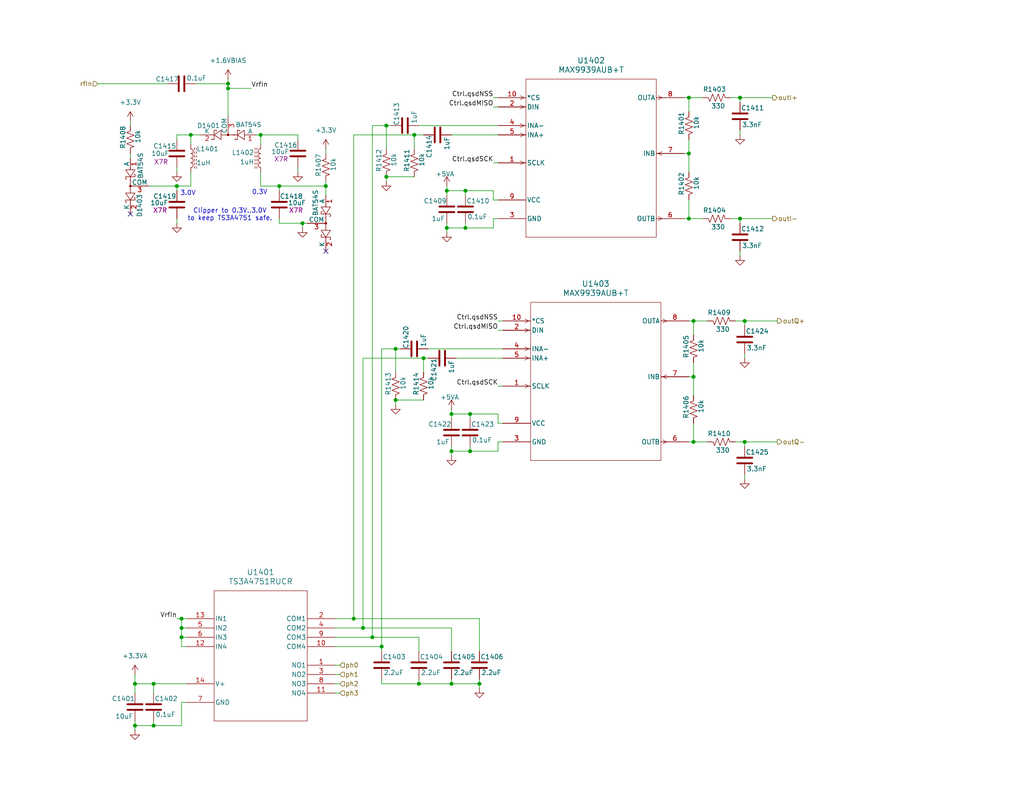
<source format=kicad_sch>
(kicad_sch (version 20250114) (generator "eeschema") (generator_version "9.0")
  (paper "A")
  (title_block (title "QSD") (date "2025-10-13"))
  (lib_symbols
    (symbol "Device:C" (pin_numbers (hide yes)) (pin_names (offset 0.254))
      (property "Reference" "C" (at 0.635 2.54 0))
      (property "Value" "C" (at 0.635 -2.54 0))
      (symbol "C_0_1"
        (polyline (pts (xy -2.032 0.762) (xy 2.032 0.762)) (stroke (width 0.508)))
        (polyline (pts (xy -2.032 -0.762) (xy 2.032 -0.762)) (stroke (width 0.508)))
      )
      (symbol "C_1_1"
        (pin passive line (at 0 3.81 270) (length 2.794) (name "~") (number "1"))
        (pin passive line (at 0 -3.81 90) (length 2.794) (name "~") (number "2"))
      )
    )
    (symbol "Device:L_Ferrite" (pin_numbers (hide yes)) (pin_names (offset 1.016) (hide yes))
      (property "Reference" "L" (at -1.27 0 90))
      (property "Value" "L_Ferrite" (at 2.794 0 90))
      (symbol "L_Ferrite_0_1"
        (arc (start 0 2.54) (mid 0.6323 1.905) (end 0 1.27))
        (arc (start 0 1.27) (mid 0.6323 0.635) (end 0 0))
        (arc (start 0 0) (mid 0.6323 -0.635) (end 0 -1.27))
        (arc (start 0 -1.27) (mid 0.6323 -1.905) (end 0 -2.54))
        (polyline (pts (xy 1.016 2.286) (xy 1.016 2.794)))
        (polyline (pts (xy 1.016 1.27) (xy 1.016 1.778)))
        (polyline (pts (xy 1.016 0.254) (xy 1.016 0.762)))
        (polyline (pts (xy 1.016 -0.762) (xy 1.016 -0.254)))
        (polyline (pts (xy 1.016 -1.778) (xy 1.016 -1.27)))
        (polyline (pts (xy 1.016 -2.794) (xy 1.016 -2.286)))
        (polyline (pts (xy 1.524 2.794) (xy 1.524 2.286)))
        (polyline (pts (xy 1.524 1.778) (xy 1.524 1.27)))
        (polyline (pts (xy 1.524 0.762) (xy 1.524 0.254)))
        (polyline (pts (xy 1.524 -0.254) (xy 1.524 -0.762)))
        (polyline (pts (xy 1.524 -1.27) (xy 1.524 -1.778)))
        (polyline (pts (xy 1.524 -2.286) (xy 1.524 -2.794)))
      )
      (symbol "L_Ferrite_1_1"
        (pin passive line (at 0 3.81 270) (length 1.27) (name "1") (number "1"))
        (pin passive line (at 0 -3.81 90) (length 1.27) (name "2") (number "2"))
      )
    )
    (symbol "Device:R_US" (pin_numbers (hide yes)) (pin_names (offset 0))
      (property "Reference" "R" (at 2.54 0 90))
      (property "Value" "R_US" (at -2.54 0 90))
      (symbol "R_US_0_1"
        (polyline (pts (xy 0 2.286) (xy 0 2.54)))
        (polyline (pts (xy 0 2.286) (xy 1.016 1.905) (xy 0 1.524) (xy -1.016 1.143) (xy 0 0.762)))
        (polyline (pts (xy 0 0.762) (xy 1.016 0.381) (xy 0 0) (xy -1.016 -0.381) (xy 0 -0.762)))
        (polyline (pts (xy 0 -0.762) (xy 1.016 -1.143) (xy 0 -1.524) (xy -1.016 -1.905) (xy 0 -2.286)))
        (polyline (pts (xy 0 -2.286) (xy 0 -2.54)))
      )
      (symbol "R_US_1_1"
        (pin passive line (at 0 3.81 270) (length 1.27) (name "~") (number "1"))
        (pin passive line (at 0 -3.81 90) (length 1.27) (name "~") (number "2"))
      )
    )
    (symbol "Library:BAT54S" (pin_names (offset 0))
      (property "Reference" "D" (at 2.54 -5.08 0))
      (property "Value" "BAT54S" (at -6.35 3.175 0))
      (symbol "BAT54S_0_1"
        (polyline (pts (xy -4.445 1.27) (xy -4.445 -1.27) (xy -2.54 0) (xy -4.445 1.27)))
        (polyline (pts (xy -3.175 -1.27) (xy -3.175 -1.016)))
        (polyline (pts (xy -2.54 1.27) (xy -1.905 1.27)))
        (polyline (pts (xy -2.54 0) (xy -1.27 0)))
        (polyline (pts (xy -2.54 -1.27) (xy -3.175 -1.27)))
        (polyline (pts (xy -2.54 -1.27) (xy -2.54 1.27)))
        (polyline (pts (xy -1.905 1.27) (xy -1.905 1.016)))
        (polyline (pts (xy -1.905 0) (xy 1.905 0)))
        (circle (center 0 0) (radius 0.254) (fill (type outline)))
        (polyline (pts (xy 1.905 1.27) (xy 1.905 -1.27) (xy 3.81 0) (xy 1.905 1.27)))
        (polyline (pts (xy 3.175 -1.27) (xy 3.175 -1.016)))
        (polyline (pts (xy 3.81 1.27) (xy 4.445 1.27)))
        (polyline (pts (xy 3.81 -1.27) (xy 3.175 -1.27)))
        (polyline (pts (xy 3.81 -1.27) (xy 3.81 1.27)))
        (polyline (pts (xy 4.445 1.27) (xy 4.445 1.016)))
      )
      (symbol "BAT54S_1_1"
        (pin passive line (at -7.62 0 0) (length 3.175) (name "A") (number "1"))
        (pin passive line (at 0 -5.08 90) (length 5.08) (name "COM") (number "3"))
        (pin passive line (at 7.62 0 180) (length 3.81) (name "K") (number "2"))
      )
    )
    (symbol "MAX9939AUB+T_2" (pin_names (offset 0.254))
      (property "Reference" "U1402" (at 25.4 10.16 0))
      (property "Value" "MAX9939AUB+T" (at 25.4 7.62 0))
      (symbol "MAX9939AUB+T_2_0_1"
        (polyline (pts (xy 7.0993 0) (xy 6.0579 0.5207)) (stroke (width 0.127)))
        (polyline (pts (xy 7.0993 0) (xy 6.0579 -0.5207)) (stroke (width 0.127)))
        (polyline (pts (xy 7.0993 -2.54) (xy 6.0579 -2.0193)) (stroke (width 0.127)))
        (polyline (pts (xy 7.0993 -2.54) (xy 6.0579 -3.0607)) (stroke (width 0.127)))
        (polyline (pts (xy 7.0993 -7.62) (xy 6.0579 -7.0993)) (stroke (width 0.127)))
        (polyline (pts (xy 7.0993 -7.62) (xy 6.0579 -8.1407)) (stroke (width 0.127)))
        (polyline (pts (xy 7.0993 -10.16) (xy 6.0579 -9.6393)) (stroke (width 0.127)))
        (polyline (pts (xy 7.0993 -10.16) (xy 6.0579 -10.6807)) (stroke (width 0.127)))
        (polyline (pts (xy 7.0993 -17.78) (xy 6.0579 -17.2593)) (stroke (width 0.127)))
        (polyline (pts (xy 7.0993 -17.78) (xy 6.0579 -18.3007)) (stroke (width 0.127)))
        (polyline (pts (xy 7.62 5.08) (xy 7.62 -38.1)) (stroke (width 0.127)))
        (polyline (pts (xy 7.62 -38.1) (xy 43.18 -38.1)) (stroke (width 0.127)))
        (polyline (pts (xy 43.18 5.08) (xy 7.62 5.08)) (stroke (width 0.127)))
        (polyline (pts (xy 43.18 -38.1) (xy 43.18 5.08)) (stroke (width 0.127)))
        (polyline (pts (xy 43.7007 0.5207) (xy 44.7421 0)) (stroke (width 0.127)))
        (polyline (pts (xy 43.7007 -0.5207) (xy 44.7421 0)) (stroke (width 0.127)))
        (polyline (pts (xy 43.7007 -15.24) (xy 44.7421 -14.7193)) (stroke (width 0.127)))
        (polyline (pts (xy 43.7007 -15.24) (xy 44.7421 -15.7607)) (stroke (width 0.127)))
        (polyline (pts (xy 43.7007 -32.4993) (xy 44.7421 -33.02)) (stroke (width 0.127)))
        (polyline (pts (xy 43.7007 -33.5407) (xy 44.7421 -33.02)) (stroke (width 0.127)))
        (pin input line (at 0 0 0) (length 7.62) (name "*CS") (number "10"))
        (pin input line (at 0 -2.54 0) (length 7.62) (name "DIN") (number "2"))
        (pin input line (at 0 -7.62 0) (length 7.62) (name "INA-") (number "4"))
        (pin input line (at 0 -10.16 0) (length 7.62) (name "INA+") (number "5"))
        (pin input line (at 0 -17.78 0) (length 7.62) (name "SCLK") (number "1"))
        (pin power_in line (at 0 -27.94 0) (length 7.62) (name "VCC") (number "9"))
        (pin power_in line (at 0 -33.02 0) (length 7.62) (name "GND") (number "3"))
        (pin output line (at 50.8 0 180) (length 7.62) (name "OUTA") (number "8"))
        (pin input line (at 50.8 -15.24 180) (length 7.62) (name "INB") (number "7"))
        (pin output line (at 50.8 -33.02 180) (length 7.62) (name "OUTB") (number "6"))
      )
    )
    (symbol "TS3A4751:TS3A4751RUCR" (pin_names (offset 0.254))
      (property "Reference" "U" (at 20.32 12.7 0))
      (property "Value" "TS3A4751RUCR" (at 20.32 10.16 0))
      (symbol "TS3A4751RUCR_0_1"
        (polyline (pts (xy 7.62 7.62) (xy 7.62 -27.94)) (stroke (width 0.127)))
        (polyline (pts (xy 7.62 -27.94) (xy 33.02 -27.94)) (stroke (width 0.127)))
        (polyline (pts (xy 33.02 7.62) (xy 7.62 7.62)) (stroke (width 0.127)))
        (polyline (pts (xy 33.02 -27.94) (xy 33.02 7.62)) (stroke (width 0.127)))
        (pin unspecified line (at 0 0 0) (length 7.62) (name "IN1") (number "13"))
        (pin input line (at 0 -2.54 0) (length 7.62) (name "IN2") (number "5"))
        (pin input line (at 0 -5.08 0) (length 7.62) (name "IN3") (number "6"))
        (pin unspecified line (at 0 -7.62 0) (length 7.62) (name "IN4") (number "12"))
        (pin power_in line (at 0 -17.78 0) (length 7.62) (name "V+") (number "14"))
        (pin power_in line (at 0 -22.86 0) (length 7.62) (name "GND") (number "7"))
        (pin unspecified line (at 40.64 0 180) (length 7.62) (name "COM1") (number "2"))
        (pin unspecified line (at 40.64 -2.54 180) (length 7.62) (name "COM2") (number "4"))
        (pin unspecified line (at 40.64 -5.08 180) (length 7.62) (name "COM3") (number "9"))
        (pin unspecified line (at 40.64 -7.62 180) (length 7.62) (name "COM4") (number "10"))
        (pin unspecified line (at 40.64 -12.7 180) (length 7.62) (name "NO1") (number "1"))
        (pin unspecified line (at 40.64 -15.24 180) (length 7.62) (name "NO2") (number "3"))
        (pin unspecified line (at 40.64 -17.78 180) (length 7.62) (name "NO3") (number "8"))
        (pin unspecified line (at 40.64 -20.32 180) (length 7.62) (name "NO4") (number "11"))
      )
    )
    (symbol "power:+3.3V" (power) (pin_numbers (hide yes)) (pin_names (offset 0) (hide yes))
      (property "Value" "+3.3V" (at 0 3.556 0))
      (symbol "+3.3V_0_1"
        (polyline (pts (xy -0.762 1.27) (xy 0 2.54)))
        (polyline (pts (xy 0 2.54) (xy 0.762 1.27)))
        (polyline (pts (xy 0 0) (xy 0 2.54)))
      )
      (symbol "+3.3V_1_1"
        (pin power_in line (at 0 0 90) (length 0) (name "~") (number "1"))
      )
    )
    (symbol "power:+3.3VA" (power) (pin_numbers (hide yes)) (pin_names (offset 0) (hide yes))
      (property "Value" "+3.3VA" (at 0 3.556 0))
      (symbol "+3.3VA_0_1"
        (polyline (pts (xy -0.762 1.27) (xy 0 2.54)))
        (polyline (pts (xy 0 2.54) (xy 0.762 1.27)))
        (polyline (pts (xy 0 0) (xy 0 2.54)))
      )
      (symbol "+3.3VA_1_1"
        (pin power_in line (at 0 0 90) (length 0) (name "~") (number "1"))
      )
    )
    (symbol "power:GND" (power) (pin_numbers (hide yes)) (pin_names (offset 0) (hide yes))
      (property "Value" "GND" (at 0 -3.81 0))
      (symbol "GND_0_1"
        (polyline (pts (xy 0 0) (xy 0 -1.27) (xy 1.27 -1.27) (xy 0 -2.54) (xy -1.27 -1.27) (xy 0 -1.27)))
      )
      (symbol "GND_1_1"
        (pin power_in line (at 0 0 270) (length 0) (name "~") (number "1"))
      )
    )
  )
  (text "Clipper to 0.3V..3.0V\nto keep TS3A4751 safe." (at 62.738 58.674 0) (effects (font (size 1.27 1.27))))
  (text "3.0V" (at 51.308 52.832 0) (effects (font (size 1.27 1.27))))
  (text "0.3V" (at 70.866 52.578 0) (effects (font (size 1.27 1.27))))
  (junction (at 49.53 168.91))
  (junction (at 48.26 50.8))
  (junction (at 203.2 120.65))
  (junction (at 127 62.23))
  (junction (at 187.96 59.69))
  (junction (at 41.91 186.69))
  (junction (at 187.96 41.91))
  (junction (at 189.23 120.65))
  (junction (at 82.55 60.96))
  (junction (at 128.27 123.19))
  (junction (at 123.19 123.19))
  (junction (at 107.95 109.22))
  (junction (at 115.57 97.79))
  (junction (at 187.96 26.67))
  (junction (at 113.03 36.83))
  (junction (at 49.53 171.45))
  (junction (at 62.23 22.86))
  (junction (at 189.23 102.87))
  (junction (at 201.93 26.67))
  (junction (at 201.93 59.69))
  (junction (at 104.14 176.53))
  (junction (at 189.23 87.63))
  (junction (at 71.12 36.83))
  (junction (at 105.41 34.29))
  (junction (at 203.2 87.63))
  (junction (at 62.23 24.13))
  (junction (at 121.92 62.23))
  (junction (at 128.27 113.03))
  (junction (at 123.19 113.03))
  (junction (at 41.91 198.12))
  (junction (at 101.6 173.99))
  (junction (at 36.83 186.69))
  (junction (at 88.9 50.8))
  (junction (at 76.2 50.8))
  (junction (at 127 52.07))
  (junction (at 36.83 198.12))
  (junction (at 130.81 186.69))
  (junction (at 105.41 48.26))
  (junction (at 121.92 52.07))
  (junction (at 114.3 186.69))
  (junction (at 107.95 95.25))
  (junction (at 123.19 186.69))
  (junction (at 52.07 36.83))
  (junction (at 49.53 173.99))
  (junction (at 99.06 171.45))
  (junction (at 96.52 168.91))
  (no_connect (at 35.56 58.42))
  (no_connect (at 88.9 68.58))
  (wire (pts (xy 135.89 123.19) (xy 128.27 123.19)))
  (wire (pts (xy 189.23 99.06) (xy 189.23 102.87)))
  (wire (pts (xy 189.23 120.65) (xy 193.04 120.65)))
  (wire (pts (xy 52.07 46.99) (xy 52.07 50.8)))
  (wire (pts (xy 91.44 186.69) (xy 92.71 186.69)))
  (wire (pts (xy 189.23 115.57) (xy 189.23 120.65)))
  (wire (pts (xy 203.2 120.65) (xy 203.2 121.92)))
  (wire (pts (xy 107.95 109.22) (xy 115.57 109.22)))
  (wire (pts (xy 62.23 21.59) (xy 62.23 22.86)))
  (wire (pts (xy 187.96 59.69) (xy 186.69 59.69)))
  (wire (pts (xy 201.93 26.67) (xy 201.93 27.94)))
  (wire (pts (xy 114.3 34.29) (xy 135.89 34.29)))
  (wire (pts (xy 48.26 38.1) (xy 48.26 36.83)))
  (wire (pts (xy 76.2 50.8) (xy 88.9 50.8)))
  (wire (pts (xy 199.39 59.69) (xy 201.93 59.69)))
  (wire (pts (xy 134.62 59.69) (xy 135.89 59.69)))
  (wire (pts (xy 71.12 46.99) (xy 71.12 50.8)))
  (wire (pts (xy 189.23 87.63) (xy 193.04 87.63)))
  (wire (pts (xy 49.53 198.12) (xy 41.91 198.12)))
  (wire (pts (xy 121.92 62.23) (xy 127 62.23)))
  (wire (pts (xy 52.07 36.83) (xy 52.07 39.37)))
  (wire (pts (xy 52.07 36.83) (xy 54.61 36.83)))
  (wire (pts (xy 186.69 26.67) (xy 187.96 26.67)))
  (wire (pts (xy 41.91 186.69) (xy 50.8 186.69)))
  (wire (pts (xy 115.57 97.79) (xy 115.57 101.6)))
  (wire (pts (xy 71.12 36.83) (xy 71.12 39.37)))
  (wire (pts (xy 41.91 196.85) (xy 41.91 198.12)))
  (wire (pts (xy 187.96 26.67) (xy 191.77 26.67)))
  (wire (pts (xy 36.83 196.85) (xy 36.83 198.12)))
  (wire (pts (xy 35.56 41.91) (xy 35.56 43.18)))
  (wire (pts (xy 36.83 189.23) (xy 36.83 186.69)))
  (wire (pts (xy 187.96 59.69) (xy 191.77 59.69)))
  (wire (pts (xy 200.66 120.65) (xy 203.2 120.65)))
  (wire (pts (xy 114.3 173.99) (xy 101.6 173.99)))
  (wire (pts (xy 107.95 95.25) (xy 107.95 101.6)))
  (wire (pts (xy 36.83 186.69) (xy 41.91 186.69)))
  (wire (pts (xy 96.52 168.91) (xy 130.81 168.91)))
  (wire (pts (xy 81.28 38.1) (xy 81.28 36.83)))
  (wire (pts (xy 115.57 97.79) (xy 116.84 97.79)))
  (wire (pts (xy 105.41 48.26) (xy 105.41 49.53)))
  (wire (pts (xy 203.2 129.54) (xy 203.2 130.81)))
  (wire (pts (xy 91.44 176.53) (xy 104.14 176.53)))
  (wire (pts (xy 121.92 60.96) (xy 121.92 62.23)))
  (wire (pts (xy 49.53 171.45) (xy 50.8 171.45)))
  (wire (pts (xy 91.44 181.61) (xy 92.71 181.61)))
  (wire (pts (xy 76.2 50.8) (xy 76.2 52.07)))
  (wire (pts (xy 134.62 54.61) (xy 134.62 52.07)))
  (wire (pts (xy 101.6 34.29) (xy 105.41 34.29)))
  (wire (pts (xy 40.64 50.8) (xy 48.26 50.8)))
  (wire (pts (xy 88.9 50.8) (xy 88.9 53.34)))
  (wire (pts (xy 114.3 186.69) (xy 123.19 186.69)))
  (wire (pts (xy 201.93 59.69) (xy 210.82 59.69)))
  (wire (pts (xy 113.03 36.83) (xy 115.57 36.83)))
  (wire (pts (xy 88.9 50.8) (xy 88.9 49.53)))
  (wire (pts (xy 135.89 115.57) (xy 135.89 113.03)))
  (wire (pts (xy 99.06 97.79) (xy 99.06 171.45)))
  (wire (pts (xy 96.52 36.83) (xy 96.52 168.91)))
  (wire (pts (xy 69.85 36.83) (xy 71.12 36.83)))
  (wire (pts (xy 187.96 26.67) (xy 187.96 30.48)))
  (wire (pts (xy 200.66 87.63) (xy 203.2 87.63)))
  (wire (pts (xy 134.62 44.45) (xy 135.89 44.45)))
  (wire (pts (xy 135.89 105.41) (xy 137.16 105.41)))
  (wire (pts (xy 121.92 52.07) (xy 121.92 53.34)))
  (wire (pts (xy 88.9 40.64) (xy 88.9 41.91)))
  (wire (pts (xy 201.93 26.67) (xy 210.82 26.67)))
  (wire (pts (xy 48.26 168.91) (xy 49.53 168.91)))
  (wire (pts (xy 130.81 168.91) (xy 130.81 177.8)))
  (wire (pts (xy 123.19 123.19) (xy 123.19 124.46)))
  (wire (pts (xy 91.44 168.91) (xy 96.52 168.91)))
  (wire (pts (xy 49.53 191.77) (xy 50.8 191.77)))
  (wire (pts (xy 123.19 113.03) (xy 128.27 113.03)))
  (wire (pts (xy 76.2 60.96) (xy 82.55 60.96)))
  (wire (pts (xy 35.56 33.02) (xy 35.56 34.29)))
  (wire (pts (xy 127 60.96) (xy 127 62.23)))
  (wire (pts (xy 48.26 36.83) (xy 52.07 36.83)))
  (wire (pts (xy 91.44 171.45) (xy 99.06 171.45)))
  (wire (pts (xy 124.46 97.79) (xy 137.16 97.79)))
  (wire (pts (xy 121.92 52.07) (xy 127 52.07)))
  (wire (pts (xy 123.19 123.19) (xy 128.27 123.19)))
  (wire (pts (xy 114.3 177.8) (xy 114.3 173.99)))
  (wire (pts (xy 53.34 22.86) (xy 62.23 22.86)))
  (wire (pts (xy 189.23 87.63) (xy 189.23 91.44)))
  (wire (pts (xy 203.2 120.65) (xy 212.09 120.65)))
  (wire (pts (xy 36.83 184.15) (xy 36.83 186.69)))
  (wire (pts (xy 123.19 186.69) (xy 130.81 186.69)))
  (wire (pts (xy 201.93 35.56) (xy 201.93 36.83)))
  (wire (pts (xy 62.23 24.13) (xy 62.23 31.75)))
  (wire (pts (xy 109.22 95.25) (xy 107.95 95.25)))
  (wire (pts (xy 187.96 41.91) (xy 187.96 46.99)))
  (wire (pts (xy 189.23 102.87) (xy 187.96 102.87)))
  (wire (pts (xy 99.06 171.45) (xy 123.19 171.45)))
  (wire (pts (xy 104.14 95.25) (xy 104.14 176.53)))
  (wire (pts (xy 105.41 34.29) (xy 105.41 40.64)))
  (wire (pts (xy 134.62 54.61) (xy 135.89 54.61)))
  (wire (pts (xy 113.03 36.83) (xy 113.03 40.64)))
  (wire (pts (xy 49.53 173.99) (xy 49.53 176.53)))
  (wire (pts (xy 91.44 184.15) (xy 92.71 184.15)))
  (wire (pts (xy 187.96 87.63) (xy 189.23 87.63)))
  (wire (pts (xy 189.23 120.65) (xy 187.96 120.65)))
  (wire (pts (xy 130.81 185.42) (xy 130.81 186.69)))
  (wire (pts (xy 104.14 185.42) (xy 104.14 186.69)))
  (wire (pts (xy 135.89 87.63) (xy 137.16 87.63)))
  (wire (pts (xy 116.84 95.25) (xy 137.16 95.25)))
  (wire (pts (xy 187.96 54.61) (xy 187.96 59.69)))
  (wire (pts (xy 68.58 24.13) (xy 62.23 24.13)))
  (wire (pts (xy 123.19 36.83) (xy 135.89 36.83)))
  (wire (pts (xy 104.14 176.53) (xy 104.14 177.8)))
  (wire (pts (xy 49.53 173.99) (xy 50.8 173.99)))
  (wire (pts (xy 48.26 50.8) (xy 52.07 50.8)))
  (wire (pts (xy 134.62 52.07) (xy 127 52.07)))
  (wire (pts (xy 36.83 198.12) (xy 36.83 199.39)))
  (wire (pts (xy 187.96 38.1) (xy 187.96 41.91)))
  (wire (pts (xy 134.62 29.21) (xy 135.89 29.21)))
  (wire (pts (xy 189.23 102.87) (xy 189.23 107.95)))
  (wire (pts (xy 203.2 87.63) (xy 212.09 87.63)))
  (wire (pts (xy 127 52.07) (xy 127 53.34)))
  (wire (pts (xy 121.92 52.07) (xy 121.92 50.8)))
  (wire (pts (xy 104.14 186.69) (xy 114.3 186.69)))
  (wire (pts (xy 107.95 109.22) (xy 107.95 110.49)))
  (wire (pts (xy 123.19 171.45) (xy 123.19 177.8)))
  (wire (pts (xy 128.27 113.03) (xy 128.27 114.3)))
  (wire (pts (xy 135.89 113.03) (xy 128.27 113.03)))
  (wire (pts (xy 91.44 189.23) (xy 92.71 189.23)))
  (wire (pts (xy 123.19 185.42) (xy 123.19 186.69)))
  (wire (pts (xy 101.6 34.29) (xy 101.6 173.99)))
  (wire (pts (xy 71.12 50.8) (xy 76.2 50.8)))
  (wire (pts (xy 49.53 191.77) (xy 49.53 198.12)))
  (wire (pts (xy 134.62 26.67) (xy 135.89 26.67)))
  (wire (pts (xy 82.55 62.23) (xy 82.55 60.96)))
  (wire (pts (xy 199.39 26.67) (xy 201.93 26.67)))
  (wire (pts (xy 48.26 50.8) (xy 48.26 52.07)))
  (wire (pts (xy 76.2 59.69) (xy 76.2 60.96)))
  (wire (pts (xy 134.62 62.23) (xy 127 62.23)))
  (wire (pts (xy 104.14 95.25) (xy 107.95 95.25)))
  (wire (pts (xy 105.41 34.29) (xy 106.68 34.29)))
  (wire (pts (xy 82.55 60.96) (xy 83.82 60.96)))
  (wire (pts (xy 203.2 87.63) (xy 203.2 88.9)))
  (wire (pts (xy 96.52 36.83) (xy 113.03 36.83)))
  (wire (pts (xy 130.81 186.69) (xy 130.81 187.96)))
  (wire (pts (xy 135.89 90.17) (xy 137.16 90.17)))
  (wire (pts (xy 50.8 176.53) (xy 49.53 176.53)))
  (wire (pts (xy 48.26 59.69) (xy 48.26 60.96)))
  (wire (pts (xy 187.96 41.91) (xy 186.69 41.91)))
  (wire (pts (xy 62.23 22.86) (xy 62.23 24.13)))
  (wire (pts (xy 123.19 113.03) (xy 123.19 111.76)))
  (wire (pts (xy 135.89 120.65) (xy 135.89 123.19)))
  (wire (pts (xy 81.28 36.83) (xy 71.12 36.83)))
  (wire (pts (xy 99.06 97.79) (xy 115.57 97.79)))
  (wire (pts (xy 123.19 113.03) (xy 123.19 114.3)))
  (wire (pts (xy 81.28 45.72) (xy 81.28 46.99)))
  (wire (pts (xy 114.3 185.42) (xy 114.3 186.69)))
  (wire (pts (xy 49.53 168.91) (xy 50.8 168.91)))
  (wire (pts (xy 135.89 115.57) (xy 137.16 115.57)))
  (wire (pts (xy 135.89 120.65) (xy 137.16 120.65)))
  (wire (pts (xy 121.92 62.23) (xy 121.92 63.5)))
  (wire (pts (xy 123.19 121.92) (xy 123.19 123.19)))
  (wire (pts (xy 49.53 168.91) (xy 49.53 171.45)))
  (wire (pts (xy 41.91 186.69) (xy 41.91 189.23)))
  (wire (pts (xy 201.93 68.58) (xy 201.93 69.85)))
  (wire (pts (xy 201.93 59.69) (xy 201.93 60.96)))
  (wire (pts (xy 48.26 45.72) (xy 48.26 46.99)))
  (wire (pts (xy 101.6 173.99) (xy 91.44 173.99)))
  (wire (pts (xy 49.53 173.99) (xy 49.53 171.45)))
  (wire (pts (xy 105.41 48.26) (xy 113.03 48.26)))
  (wire (pts (xy 128.27 121.92) (xy 128.27 123.19)))
  (wire (pts (xy 36.83 198.12) (xy 41.91 198.12)))
  (wire (pts (xy 203.2 96.52) (xy 203.2 97.79)))
  (wire (pts (xy 26.67 22.86) (xy 45.72 22.86)))
  (wire (pts (xy 134.62 59.69) (xy 134.62 62.23)))
  (label "VrfIn" (at 48.26 168.91 180))
  (label "Ctrl.qsdMISO" (at 135.89 90.17 180))
  (label "Ctrl.qsdNSS" (at 134.62 26.67 180))
  (label "Ctrl.qsdMISO" (at 134.62 29.21 180))
  (label "Ctrl.qsdNSS" (at 135.89 87.63 180))
  (label "Ctrl.qsdSCK" (at 135.89 105.41 180))
  (label "Ctrl.qsdSCK" (at 134.62 44.45 180))
  (label "VrfIn" (at 68.58 24.13 0))
  (hierarchical_label "outI-" (shape output) (at 210.82 59.69 0))
  (hierarchical_label "ph1" (shape input) (at 92.71 184.15 0))
  (hierarchical_label "rfIn" (shape input) (at 26.67 22.86 180))
  (hierarchical_label "outQ+" (shape output) (at 212.09 87.63 0))
  (hierarchical_label "ph2" (shape input) (at 92.71 186.69 0))
  (hierarchical_label "outI+" (shape output) (at 210.82 26.67 0))
  (hierarchical_label "ph0" (shape input) (at 92.71 181.61 0))
  (hierarchical_label "outQ-" (shape output) (at 212.09 120.65 0))
  (hierarchical_label "ph3" (shape input) (at 92.71 189.23 0))
  (symbol (lib_id "power:GND") (at 201.93 69.85 0) (unit 1)
    (property "Reference" "#PWR01211" (effects (hide yes)))
    (property "Value" "GND" (effects (hide yes)))
    (property "Description" "Power symbol creates a global label with name \"GND\" , ground" (effects (hide yes)))
    (instances (project "USB-SSB-txcvr" (path "" (reference "#PWR01411") (unit 1)) (path "" (reference "#PWR01311") (unit 1)) (path "" (reference "#PWR01211") (unit 1))))
  )
  (symbol (lib_id "Device:R_US") (at 115.57 105.41 0) (mirror y) (unit 1)
    (property "Reference" "R1214" (at 113.538 107.95 90) (effects (justify left)))
    (property "Value" "10k" (at 117.602 106.426 90) (effects (justify left)))
    (property "Description" "Resistor, US symbol" (effects (hide yes)))
    (instances (project "USB-SSB-txcvr" (path "" (reference "R1414") (unit 1)) (path "" (reference "R1314") (unit 1)) (path "" (reference "R1214") (unit 1))))
  )
  (symbol (lib_id "Library:BAT54S") (at 35.56 50.8 90) (mirror x) (unit 1)
    (property "Reference" "D1203" (at 38.1 56.134 0))
    (property "Value" "BAT54S" (at 38.354 45.212 0))
    (property "Footprint" "Package_TO_SOT_SMD:SOT-23" (effects (hide yes)))
    (property "Datasheet" "https://www.diodes.com/assets/Datasheets/ds11005.pdf" (effects (hide yes)))
    (property "Description" "Vr 30V, If 200mA, Dual schottky barrier diode, in series, SOT-323" (effects (hide yes)))
    (instances (project "USB-SSB-txcvr" (path "" (reference "D1403") (unit 1)) (path "" (reference "D1303") (unit 1)) (path "" (reference "D1203") (unit 1))))
  )
  (symbol (lib_id "Device:C") (at 123.19 181.61 0) (unit 1)
    (property "Reference" "C1205" (at 123.444 179.324 0) (effects (justify left)))
    (property "Value" "2.2uF" (at 123.698 183.642 0) (effects (justify left)))
    (property "Description" "Unpolarized capacitor" (effects (hide yes)))
    (instances (project "USB-SSB-txcvr" (path "" (reference "C1405") (unit 1)) (path "" (reference "C1305") (unit 1)) (path "" (reference "C1205") (unit 1))))
  )
  (symbol (lib_id "Device:C") (at 41.91 193.04 0) (unit 1)
    (property "Reference" "C1202" (at 42.164 190.754 0) (effects (justify left)))
    (property "Value" "0.1uF" (at 42.418 195.072 0) (effects (justify left)))
    (property "Description" "Unpolarized capacitor" (effects (hide yes)))
    (instances (project "USB-SSB-txcvr" (path "" (reference "C1402") (unit 1)) (path "" (reference "C1302") (unit 1)) (path "" (reference "C1202") (unit 1))))
  )
  (symbol (lib_id "Device:C") (at 36.83 193.04 0) (mirror y) (unit 1)
    (property "Reference" "C1201" (at 36.83 190.754 0) (effects (justify left)))
    (property "Value" "10uF" (at 36.322 195.58 0) (effects (justify left)))
    (property "Description" "Unpolarized capacitor" (effects (hide yes)))
    (instances (project "USB-SSB-txcvr" (path "" (reference "C1401") (unit 1)) (path "" (reference "C1301") (unit 1)) (path "" (reference "C1201") (unit 1))))
  )
  (symbol (lib_id "Device:C") (at 128.27 118.11 0) (unit 1)
    (property "Reference" "C1223" (at 128.524 115.824 0) (effects (justify left)))
    (property "Value" "0.1uF" (at 128.778 120.142 0) (effects (justify left)))
    (property "Description" "Unpolarized capacitor" (effects (hide yes)))
    (instances (project "USB-SSB-txcvr" (path "" (reference "C1423") (unit 1)) (path "" (reference "C1323") (unit 1)) (path "" (reference "C1223") (unit 1))))
  )
  (symbol (lib_id "Device:R_US") (at 195.58 26.67 90) (mirror x) (unit 1)
    (property "Reference" "R1203" (at 198.12 24.384 90) (effects (justify left)))
    (property "Value" "330" (at 197.866 28.956 90) (effects (justify left)))
    (property "Description" "Resistor, US symbol" (effects (hide yes)))
    (instances (project "USB-SSB-txcvr" (path "" (reference "R1403") (unit 1)) (path "" (reference "R1303") (unit 1)) (path "" (reference "R1203") (unit 1))))
  )
  (symbol (lib_id "Device:C") (at 203.2 125.73 0) (unit 1)
    (property "Reference" "C1225" (at 203.454 123.444 0) (effects (justify left)))
    (property "Value" "3.3nF" (at 203.708 128.016 0) (effects (justify left)))
    (property "Description" "Unpolarized capacitor" (effects (hide yes)))
    (instances (project "USB-SSB-txcvr" (path "" (reference "C1425") (unit 1)) (path "" (reference "C1325") (unit 1)) (path "" (reference "C1225") (unit 1))))
  )
  (symbol (lib_id "Library:BAT54S") (at 88.9 60.96 270) (unit 1)
    (property "Reference" "D1202" (effects (hide yes)))
    (property "Value" "BAT54S" (at 86.106 55.372 0))
    (property "Footprint" "Package_TO_SOT_SMD:SOT-23" (effects (hide yes)))
    (property "Datasheet" "https://www.diodes.com/assets/Datasheets/ds11005.pdf" (effects (hide yes)))
    (property "Description" "Vr 30V, If 200mA, Dual schottky barrier diode, in series, SOT-323" (effects (hide yes)))
    (instances (project "USB-SSB-txcvr" (path "" (reference "D1402") (unit 1)) (path "" (reference "D1302") (unit 1)) (path "" (reference "D1202") (unit 1))))
  )
  (symbol (lib_id "Device:C") (at 201.93 31.75 0) (unit 1)
    (property "Reference" "C1211" (at 202.184 29.464 0) (effects (justify left)))
    (property "Value" "3.3nF" (at 202.438 34.036 0) (effects (justify left)))
    (property "Description" "Unpolarized capacitor" (effects (hide yes)))
    (instances (project "USB-SSB-txcvr" (path "" (reference "C1411") (unit 1)) (path "" (reference "C1311") (unit 1)) (path "" (reference "C1211") (unit 1))))
  )
  (symbol (lib_id "Device:R_US") (at 187.96 34.29 0) (mirror y) (unit 1)
    (property "Reference" "R1201" (at 185.928 36.83 90) (effects (justify left)))
    (property "Value" "10k" (at 189.992 35.306 90) (effects (justify left)))
    (property "Description" "Resistor, US symbol" (effects (hide yes)))
    (instances (project "USB-SSB-txcvr" (path "" (reference "R1401") (unit 1)) (path "" (reference "R1301") (unit 1)) (path "" (reference "R1201") (unit 1))))
  )
  (symbol (lib_id "Device:C") (at 48.26 41.91 180) (unit 1)
    (property "Reference" "C1215" (at 44.958 39.878 0))
    (property "Value" "10uF" (at 43.688 41.91 0))
    (property "Description" "Unpolarized capacitor" (effects (hide yes)))
    (property "cap-type" "X7R" (at 43.942 44.196 0))
    (instances (project "USB-SSB-txcvr" (path "" (reference "C1415") (unit 1)) (path "" (reference "C1315") (unit 1)) (path "" (reference "C1215") (unit 1))))
  )
  (symbol (lib_id "power:GND") (at 81.28 46.99 0) (mirror y) (unit 1)
    (property "Reference" "#PWR01218" (effects (hide yes)))
    (property "Value" "GND" (effects (hide yes)))
    (property "Description" "Power symbol creates a global label with name \"GND\" , ground" (effects (hide yes)))
    (instances (project "USB-SSB-txcvr" (path "" (reference "#PWR01418") (unit 1)) (path "" (reference "#PWR01318") (unit 1)) (path "" (reference "#PWR01218") (unit 1))))
  )
  (symbol (lib_id "power:GND") (at 48.26 46.99 0) (mirror y) (unit 1)
    (property "Reference" "#PWR01217" (effects (hide yes)))
    (property "Value" "GND" (effects (hide yes)))
    (property "Description" "Power symbol creates a global label with name \"GND\" , ground" (effects (hide yes)))
    (instances (project "USB-SSB-txcvr" (path "" (reference "#PWR01417") (unit 1)) (path "" (reference "#PWR01317") (unit 1)) (path "" (reference "#PWR01217") (unit 1))))
  )
  (symbol (lib_id "Device:C") (at 113.03 95.25 90) (unit 1)
    (property "Reference" "C1220" (at 110.744 95.25 0) (effects (justify left)))
    (property "Value" "1uF" (at 115.57 94.742 0) (effects (justify left)))
    (property "Description" "Unpolarized capacitor" (effects (hide yes)))
    (instances (project "USB-SSB-txcvr" (path "" (reference "C1420") (unit 1)) (path "" (reference "C1320") (unit 1)) (path "" (reference "C1220") (unit 1))))
  )
  (symbol (lib_id "Library:BAT54S") (at 62.23 36.83 180) (unit 1)
    (property "Reference" "D1201" (at 56.896 34.29 0))
    (property "Value" "BAT54S" (at 67.818 34.036 0))
    (property "Footprint" "Package_TO_SOT_SMD:SOT-23" (effects (hide yes)))
    (property "Datasheet" "https://www.diodes.com/assets/Datasheets/ds11005.pdf" (effects (hide yes)))
    (property "Description" "Vr 30V, If 200mA, Dual schottky barrier diode, in series, SOT-323" (effects (hide yes)))
    (instances (project "USB-SSB-txcvr" (path "" (reference "D1401") (unit 1)) (path "" (reference "D1301") (unit 1)) (path "" (reference "D1201") (unit 1))))
  )
  (symbol (lib_id "power:+3.3V") (at 121.92 50.8 0) (unit 1)
    (property "Reference" "#PWR01205" (effects (hide yes)))
    (property "Value" "+5VA" (at 121.412 47.498 0))
    (property "Description" "Power symbol creates a global label with name \"+3.3V\"" (effects (hide yes)))
    (instances (project "USB-SSB-txcvr" (path "" (reference "#PWR01405") (unit 1)) (path "" (reference "#PWR01305") (unit 1)) (path "" (reference "#PWR01205") (unit 1))))
  )
  (symbol (lib_id "Device:C") (at 76.2 55.88 0) (mirror x) (unit 1)
    (property "Reference" "C1218" (at 79.502 53.594 0))
    (property "Value" "10uF" (at 81.026 55.372 0))
    (property "Description" "Unpolarized capacitor" (effects (hide yes)))
    (property "cap-type" "X7R" (at 80.772 57.404 0))
    (instances (project "USB-SSB-txcvr" (path "" (reference "C1418") (unit 1)) (path "" (reference "C1318") (unit 1)) (path "" (reference "C1218") (unit 1))))
  )
  (symbol (lib_id "power:GND") (at 121.92 63.5 0) (unit 1)
    (property "Reference" "#PWR01209" (effects (hide yes)))
    (property "Value" "GND" (effects (hide yes)))
    (property "Description" "Power symbol creates a global label with name \"GND\" , ground" (effects (hide yes)))
    (instances (project "USB-SSB-txcvr" (path "" (reference "#PWR01409") (unit 1)) (path "" (reference "#PWR01309") (unit 1)) (path "" (reference "#PWR01209") (unit 1))))
  )
  (symbol (lib_id "Device:R_US") (at 107.95 105.41 0) (mirror y) (unit 1)
    (property "Reference" "R1213" (at 105.918 107.95 90) (effects (justify left)))
    (property "Value" "10k" (at 109.982 106.426 90) (effects (justify left)))
    (property "Description" "Resistor, US symbol" (effects (hide yes)))
    (instances (project "USB-SSB-txcvr" (path "" (reference "R1413") (unit 1)) (path "" (reference "R1313") (unit 1)) (path "" (reference "R1213") (unit 1))))
  )
  (symbol (lib_id "Device:R_US") (at 189.23 111.76 0) (mirror y) (unit 1)
    (property "Reference" "R1206" (at 187.198 114.3 90) (effects (justify left)))
    (property "Value" "10k" (at 191.262 112.776 90) (effects (justify left)))
    (property "Description" "Resistor, US symbol" (effects (hide yes)))
    (instances (project "USB-SSB-txcvr" (path "" (reference "R1406") (unit 1)) (path "" (reference "R1306") (unit 1)) (path "" (reference "R1206") (unit 1))))
  )
  (symbol (lib_id "power:GND") (at 203.2 130.81 0) (unit 1)
    (property "Reference" "#PWR01214" (effects (hide yes)))
    (property "Value" "GND" (effects (hide yes)))
    (property "Description" "Power symbol creates a global label with name \"GND\" , ground" (effects (hide yes)))
    (instances (project "USB-SSB-txcvr" (path "" (reference "#PWR01414") (unit 1)) (path "" (reference "#PWR01314") (unit 1)) (path "" (reference "#PWR01214") (unit 1))))
  )
  (symbol (lib_id "power:GND") (at 82.55 62.23 0) (mirror y) (unit 1)
    (property "Reference" "#PWR01221" (effects (hide yes)))
    (property "Value" "GND" (effects (hide yes)))
    (property "Description" "Power symbol creates a global label with name \"GND\" , ground" (effects (hide yes)))
    (instances (project "USB-SSB-txcvr" (path "" (reference "#PWR01421") (unit 1)) (path "" (reference "#PWR01321") (unit 1)) (path "" (reference "#PWR01221") (unit 1))))
  )
  (symbol (lib_id "Device:R_US") (at 195.58 59.69 90) (mirror x) (unit 1)
    (property "Reference" "R1204" (at 198.12 57.404 90) (effects (justify left)))
    (property "Value" "330" (at 197.866 61.976 90) (effects (justify left)))
    (property "Description" "Resistor, US symbol" (effects (hide yes)))
    (instances (project "USB-SSB-txcvr" (path "" (reference "R1404") (unit 1)) (path "" (reference "R1304") (unit 1)) (path "" (reference "R1204") (unit 1))))
  )
  (symbol (lib_id "Device:R_US") (at 35.56 38.1 0) (mirror y) (unit 1)
    (property "Reference" "R1208" (at 33.528 40.64 90) (effects (justify left)))
    (property "Value" "10k" (at 37.592 39.116 90) (effects (justify left)))
    (property "Description" "Resistor, US symbol" (effects (hide yes)))
    (instances (project "USB-SSB-txcvr" (path "" (reference "R1408") (unit 1)) (path "" (reference "R1308") (unit 1)) (path "" (reference "R1208") (unit 1))))
  )
  (symbol (lib_id "power:GND") (at 48.26 60.96 0) (mirror y) (unit 1)
    (property "Reference" "#PWR01222" (effects (hide yes)))
    (property "Value" "GND" (effects (hide yes)))
    (property "Description" "Power symbol creates a global label with name \"GND\" , ground" (effects (hide yes)))
    (instances (project "USB-SSB-txcvr" (path "" (reference "#PWR01422") (unit 1)) (path "" (reference "#PWR01322") (unit 1)) (path "" (reference "#PWR01222") (unit 1))))
  )
  (symbol (lib_id "Device:C") (at 123.19 118.11 0) (mirror y) (unit 1)
    (property "Reference" "C1222" (at 123.19 115.824 0) (effects (justify left)))
    (property "Value" "1uF" (at 122.682 120.65 0) (effects (justify left)))
    (property "Description" "Unpolarized capacitor" (effects (hide yes)))
    (instances (project "USB-SSB-txcvr" (path "" (reference "C1422") (unit 1)) (path "" (reference "C1322") (unit 1)) (path "" (reference "C1222") (unit 1))))
  )
  (symbol (lib_id "Device:C") (at 49.53 22.86 90) (unit 1)
    (property "Reference" "C1217" (at 48.768 21.59 90) (effects (justify left)))
    (property "Value" "0.1uF" (at 56.388 21.336 90) (effects (justify left)))
    (property "Description" "Unpolarized capacitor" (effects (hide yes)))
    (instances (project "USB-SSB-txcvr" (path "" (reference "C1417") (unit 1)) (path "" (reference "C1317") (unit 1)) (path "" (reference "C1217") (unit 1))))
  )
  (symbol (lib_id "power:+3.3V") (at 123.19 111.76 0) (unit 1)
    (property "Reference" "#PWR01204" (effects (hide yes)))
    (property "Value" "+5VA" (at 122.682 108.458 0))
    (property "Description" "Power symbol creates a global label with name \"+3.3V\"" (effects (hide yes)))
    (instances (project "USB-SSB-txcvr" (path "" (reference "#PWR01404") (unit 1)) (path "" (reference "#PWR01304") (unit 1)) (path "" (reference "#PWR01204") (unit 1))))
  )
  (symbol (lib_id "power:+3.3V") (at 62.23 21.59 0) (unit 1)
    (property "Reference" "#PWR01219" (effects (hide yes)))
    (property "Value" "+1.6VBIAS" (at 62.23 16.51 0))
    (property "Description" "Power symbol creates a global label with name \"+3.3V\"" (effects (hide yes)))
    (instances (project "USB-SSB-txcvr" (path "" (reference "#PWR01419") (unit 1)) (path "" (reference "#PWR01319") (unit 1)) (path "" (reference "#PWR01219") (unit 1))))
  )
  (symbol (lib_id "Device:L_Ferrite") (at 71.12 43.18 0) (mirror y) (unit 1)
    (property "Reference" "L1202" (at 69.342 41.656 0) (effects (justify left)))
    (property "Value" "1uH" (at 69.342 44.196 0) (effects (justify left)))
    (property "Description" "Inductor with ferrite core" (effects (hide yes)))
    (instances (project "USB-SSB-txcvr" (path "" (reference "L1402") (unit 1)) (path "" (reference "L1302") (unit 1)) (path "" (reference "L1202") (unit 1))))
  )
  (symbol (lib_id "Device:C") (at 127 57.15 0) (unit 1)
    (property "Reference" "C1210" (at 127.254 54.864 0) (effects (justify left)))
    (property "Value" "0.1uF" (at 127.508 59.182 0) (effects (justify left)))
    (property "Description" "Unpolarized capacitor" (effects (hide yes)))
    (instances (project "USB-SSB-txcvr" (path "" (reference "C1410") (unit 1)) (path "" (reference "C1310") (unit 1)) (path "" (reference "C1210") (unit 1))))
  )
  (symbol (lib_id "Device:R_US") (at 187.96 50.8 0) (mirror y) (unit 1)
    (property "Reference" "R1202" (at 185.928 53.34 90) (effects (justify left)))
    (property "Value" "10k" (at 189.992 51.816 90) (effects (justify left)))
    (property "Description" "Resistor, US symbol" (effects (hide yes)))
    (instances (project "USB-SSB-txcvr" (path "" (reference "R1402") (unit 1)) (path "" (reference "R1302") (unit 1)) (path "" (reference "R1202") (unit 1))))
  )
  (symbol (lib_id "power:+3.3V") (at 88.9 40.64 0) (unit 1)
    (property "Reference" "#PWR01220" (effects (hide yes)))
    (property "Value" "+3.3V" (at 88.9 35.56 0))
    (property "Description" "Power symbol creates a global label with name \"+3.3V\"" (effects (hide yes)))
    (instances (project "USB-SSB-txcvr" (path "" (reference "#PWR01420") (unit 1)) (path "" (reference "#PWR01320") (unit 1)) (path "" (reference "#PWR01220") (unit 1))))
  )
  (symbol (lib_id "power:GND") (at 123.19 124.46 0) (unit 1)
    (property "Reference" "#PWR01212" (effects (hide yes)))
    (property "Value" "GND" (effects (hide yes)))
    (property "Description" "Power symbol creates a global label with name \"GND\" , ground" (effects (hide yes)))
    (instances (project "USB-SSB-txcvr" (path "" (reference "#PWR01412") (unit 1)) (path "" (reference "#PWR01312") (unit 1)) (path "" (reference "#PWR01212") (unit 1))))
  )
  (symbol (lib_id "Device:R_US") (at 105.41 44.45 0) (mirror y) (unit 1)
    (property "Reference" "R1212" (at 103.378 46.99 90) (effects (justify left)))
    (property "Value" "10k" (at 107.442 45.466 90) (effects (justify left)))
    (property "Description" "Resistor, US symbol" (effects (hide yes)))
    (instances (project "USB-SSB-txcvr" (path "" (reference "R1412") (unit 1)) (path "" (reference "R1312") (unit 1)) (path "" (reference "R1212") (unit 1))))
  )
  (symbol (lib_id "power:+3.3VA") (at 36.83 184.15 0) (unit 1)
    (property "Reference" "#PWR01201" (effects (hide yes)))
    (property "Value" "+3.3VA" (at 36.83 179.07 0))
    (property "Description" "Power symbol creates a global label with name \"+3.3VA\"" (effects (hide yes)))
    (instances (project "" (path "" (reference "#PWR01401") (unit 1)) (path "" (reference "#PWR01301") (unit 1)) (path "" (reference "#PWR01201") (unit 1))))
  )
  (symbol (lib_name "MAX9939AUB+T_2") (lib_id "MAX9939AUB:MAX9939AUB+T") (at 135.89 26.67 0) (unit 1)
    (property "Reference" "U1202" (at 161.29 16.51 0) (effects (font (size 1.524 1.524))))
    (property "Value" "MAX9939AUB+T" (at 161.29 19.05 0) (effects (font (size 1.524 1.524))))
    (property "Footprint" "21-0061L_MXM" (effects (hide yes)))
    (property "Datasheet" "MAX9939AUB+T" (effects (hide yes)))
    (instances (project "" (path "" (reference "U1402") (unit 1)) (path "" (reference "U1302") (unit 1)) (path "" (reference "U1202") (unit 1))))
  )
  (symbol (lib_id "Device:C") (at 201.93 64.77 0) (unit 1)
    (property "Reference" "C1212" (at 202.184 62.484 0) (effects (justify left)))
    (property "Value" "3.3nF" (at 202.438 67.056 0) (effects (justify left)))
    (property "Description" "Unpolarized capacitor" (effects (hide yes)))
    (instances (project "USB-SSB-txcvr" (path "" (reference "C1412") (unit 1)) (path "" (reference "C1312") (unit 1)) (path "" (reference "C1212") (unit 1))))
  )
  (symbol (lib_id "Device:R_US") (at 189.23 95.25 0) (mirror y) (unit 1)
    (property "Reference" "R1205" (at 187.198 97.79 90) (effects (justify left)))
    (property "Value" "10k" (at 191.262 96.266 90) (effects (justify left)))
    (property "Description" "Resistor, US symbol" (effects (hide yes)))
    (instances (project "USB-SSB-txcvr" (path "" (reference "R1405") (unit 1)) (path "" (reference "R1305") (unit 1)) (path "" (reference "R1205") (unit 1))))
  )
  (symbol (lib_id "Device:L_Ferrite") (at 52.07 43.18 0) (unit 1)
    (property "Reference" "L1201" (at 53.594 40.64 0) (effects (justify left)))
    (property "Value" "1uH" (at 53.594 44.45 0) (effects (justify left)))
    (property "Description" "Inductor with ferrite core" (effects (hide yes)))
    (instances (project "USB-SSB-txcvr" (path "" (reference "L1401") (unit 1)) (path "" (reference "L1301") (unit 1)) (path "" (reference "L1201") (unit 1))))
  )
  (symbol (lib_id "Device:C") (at 203.2 92.71 0) (unit 1)
    (property "Reference" "C1224" (at 203.454 90.424 0) (effects (justify left)))
    (property "Value" "3.3nF" (at 203.708 94.996 0) (effects (justify left)))
    (property "Description" "Unpolarized capacitor" (effects (hide yes)))
    (instances (project "USB-SSB-txcvr" (path "" (reference "C1424") (unit 1)) (path "" (reference "C1324") (unit 1)) (path "" (reference "C1224") (unit 1))))
  )
  (symbol (lib_id "power:GND") (at 130.81 187.96 0) (unit 1)
    (property "Reference" "#PWR01203" (effects (hide yes)))
    (property "Value" "GND" (effects (hide yes)))
    (property "Description" "Power symbol creates a global label with name \"GND\" , ground" (effects (hide yes)))
    (instances (project "USB-SSB-txcvr" (path "" (reference "#PWR01403") (unit 1)) (path "" (reference "#PWR01303") (unit 1)) (path "" (reference "#PWR01203") (unit 1))))
  )
  (symbol (lib_id "Device:C") (at 114.3 181.61 0) (unit 1)
    (property "Reference" "C1204" (at 114.554 179.324 0) (effects (justify left)))
    (property "Value" "2.2uF" (at 114.808 183.642 0) (effects (justify left)))
    (property "Description" "Unpolarized capacitor" (effects (hide yes)))
    (instances (project "USB-SSB-txcvr" (path "" (reference "C1404") (unit 1)) (path "" (reference "C1304") (unit 1)) (path "" (reference "C1204") (unit 1))))
  )
  (symbol (lib_id "Device:C") (at 48.26 55.88 180) (unit 1)
    (property "Reference" "C1219" (at 44.958 53.594 0))
    (property "Value" "10uF" (at 43.434 55.372 0))
    (property "Description" "Unpolarized capacitor" (effects (hide yes)))
    (property "cap-type" "X7R" (at 43.688 57.404 0))
    (instances (project "USB-SSB-txcvr" (path "" (reference "C1419") (unit 1)) (path "" (reference "C1319") (unit 1)) (path "" (reference "C1219") (unit 1))))
  )
  (symbol (lib_id "Device:C") (at 120.65 97.79 90) (mirror x) (unit 1)
    (property "Reference" "C1221" (at 118.364 97.79 0) (effects (justify left)))
    (property "Value" "1uF" (at 123.19 98.298 0) (effects (justify left)))
    (property "Description" "Unpolarized capacitor" (effects (hide yes)))
    (instances (project "USB-SSB-txcvr" (path "" (reference "C1421") (unit 1)) (path "" (reference "C1321") (unit 1)) (path "" (reference "C1221") (unit 1))))
  )
  (symbol (lib_id "Device:C") (at 119.38 36.83 90) (mirror x) (unit 1)
    (property "Reference" "C1214" (at 117.094 36.83 0) (effects (justify left)))
    (property "Value" "1uF" (at 121.92 37.338 0) (effects (justify left)))
    (property "Description" "Unpolarized capacitor" (effects (hide yes)))
    (instances (project "USB-SSB-txcvr" (path "" (reference "C1414") (unit 1)) (path "" (reference "C1314") (unit 1)) (path "" (reference "C1214") (unit 1))))
  )
  (symbol (lib_id "Device:C") (at 81.28 41.91 180) (unit 1)
    (property "Reference" "C1216" (at 77.978 39.624 0))
    (property "Value" "10uF" (at 76.454 41.402 0))
    (property "Description" "Unpolarized capacitor" (effects (hide yes)))
    (property "cap-type" "X7R" (at 76.708 43.434 0))
    (instances (project "USB-SSB-txcvr" (path "" (reference "C1416") (unit 1)) (path "" (reference "C1316") (unit 1)) (path "" (reference "C1216") (unit 1))))
  )
  (symbol (lib_id "TS3A4751:TS3A4751RUCR") (at 50.8 168.91 0) (unit 1)
    (property "Reference" "U1201" (at 71.12 156.21 0) (effects (font (size 1.524 1.524))))
    (property "Value" "TS3A4751RUCR" (at 71.12 158.75 0) (effects (font (size 1.524 1.524))))
    (property "Footprint" "RUC14" (effects (hide yes)))
    (property "Datasheet" "https://www.ti.com/lit/gpn/ts3a4751" (effects (hide yes)))
    (instances (project "USB-SSB-txcvr" (path "" (reference "U1401") (unit 1)) (path "" (reference "U1301") (unit 1)) (path "" (reference "U1201") (unit 1))))
  )
  (symbol (lib_id "Device:R_US") (at 196.85 120.65 90) (mirror x) (unit 1)
    (property "Reference" "R1210" (at 199.39 118.364 90) (effects (justify left)))
    (property "Value" "330" (at 199.136 122.936 90) (effects (justify left)))
    (property "Description" "Resistor, US symbol" (effects (hide yes)))
    (instances (project "USB-SSB-txcvr" (path "" (reference "R1410") (unit 1)) (path "" (reference "R1310") (unit 1)) (path "" (reference "R1210") (unit 1))))
  )
  (symbol (lib_id "power:GND") (at 201.93 36.83 0) (unit 1)
    (property "Reference" "#PWR01210" (effects (hide yes)))
    (property "Value" "GND" (effects (hide yes)))
    (property "Description" "Power symbol creates a global label with name \"GND\" , ground" (effects (hide yes)))
    (instances (project "USB-SSB-txcvr" (path "" (reference "#PWR01410") (unit 1)) (path "" (reference "#PWR01310") (unit 1)) (path "" (reference "#PWR01210") (unit 1))))
  )
  (symbol (lib_id "Device:C") (at 121.92 57.15 0) (mirror y) (unit 1)
    (property "Reference" "C1209" (at 121.92 54.864 0) (effects (justify left)))
    (property "Value" "1uF" (at 121.412 59.69 0) (effects (justify left)))
    (property "Description" "Unpolarized capacitor" (effects (hide yes)))
    (instances (project "USB-SSB-txcvr" (path "" (reference "C1409") (unit 1)) (path "" (reference "C1309") (unit 1)) (path "" (reference "C1209") (unit 1))))
  )
  (symbol (lib_id "Device:R_US") (at 196.85 87.63 90) (mirror x) (unit 1)
    (property "Reference" "R1209" (at 199.39 85.344 90) (effects (justify left)))
    (property "Value" "330" (at 199.136 89.916 90) (effects (justify left)))
    (property "Description" "Resistor, US symbol" (effects (hide yes)))
    (instances (project "USB-SSB-txcvr" (path "" (reference "R1409") (unit 1)) (path "" (reference "R1309") (unit 1)) (path "" (reference "R1209") (unit 1))))
  )
  (symbol (lib_id "power:GND") (at 107.95 110.49 0) (unit 1)
    (property "Reference" "#PWR01207" (effects (hide yes)))
    (property "Value" "GND" (effects (hide yes)))
    (property "Description" "Power symbol creates a global label with name \"GND\" , ground" (effects (hide yes)))
    (instances (project "USB-SSB-txcvr" (path "" (reference "#PWR01407") (unit 1)) (path "" (reference "#PWR01307") (unit 1)) (path "" (reference "#PWR01207") (unit 1))))
  )
  (symbol (lib_id "Device:R_US") (at 113.03 44.45 0) (mirror y) (unit 1)
    (property "Reference" "R1211" (at 110.998 46.99 90) (effects (justify left)))
    (property "Value" "10k" (at 115.062 45.466 90) (effects (justify left)))
    (property "Description" "Resistor, US symbol" (effects (hide yes)))
    (instances (project "USB-SSB-txcvr" (path "" (reference "R1411") (unit 1)) (path "" (reference "R1311") (unit 1)) (path "" (reference "R1211") (unit 1))))
  )
  (symbol (lib_id "power:GND") (at 203.2 97.79 0) (unit 1)
    (property "Reference" "#PWR01213" (effects (hide yes)))
    (property "Value" "GND" (effects (hide yes)))
    (property "Description" "Power symbol creates a global label with name \"GND\" , ground" (effects (hide yes)))
    (instances (project "USB-SSB-txcvr" (path "" (reference "#PWR01413") (unit 1)) (path "" (reference "#PWR01313") (unit 1)) (path "" (reference "#PWR01213") (unit 1))))
  )
  (symbol (lib_id "Device:C") (at 104.14 181.61 0) (unit 1)
    (property "Reference" "C1203" (at 104.394 179.324 0) (effects (justify left)))
    (property "Value" "2.2uF" (at 104.648 183.642 0) (effects (justify left)))
    (property "Description" "Unpolarized capacitor" (effects (hide yes)))
    (instances (project "USB-SSB-txcvr" (path "" (reference "C1403") (unit 1)) (path "" (reference "C1303") (unit 1)) (path "" (reference "C1203") (unit 1))))
  )
  (symbol (lib_id "power:GND") (at 105.41 49.53 0) (unit 1)
    (property "Reference" "#PWR01206" (effects (hide yes)))
    (property "Value" "GND" (effects (hide yes)))
    (property "Description" "Power symbol creates a global label with name \"GND\" , ground" (effects (hide yes)))
    (instances (project "USB-SSB-txcvr" (path "" (reference "#PWR01406") (unit 1)) (path "" (reference "#PWR01306") (unit 1)) (path "" (reference "#PWR01206") (unit 1))))
  )
  (symbol (lib_id "power:GND") (at 36.83 199.39 0) (unit 1)
    (property "Reference" "#PWR01202" (effects (hide yes)))
    (property "Value" "GND" (effects (hide yes)))
    (property "Description" "Power symbol creates a global label with name \"GND\" , ground" (effects (hide yes)))
    (instances (project "USB-SSB-txcvr" (path "" (reference "#PWR01402") (unit 1)) (path "" (reference "#PWR01302") (unit 1)) (path "" (reference "#PWR01202") (unit 1))))
  )
  (symbol (lib_name "MAX9939AUB+T_2") (lib_id "MAX9939AUB:MAX9939AUB+T") (at 137.16 87.63 0) (unit 1)
    (property "Reference" "U1203" (at 162.56 77.47 0) (effects (font (size 1.524 1.524))))
    (property "Value" "MAX9939AUB+T" (at 162.56 80.01 0) (effects (font (size 1.524 1.524))))
    (property "Footprint" "21-0061L_MXM" (effects (hide yes)))
    (property "Datasheet" "MAX9939AUB+T" (effects (hide yes)))
    (instances (project "USB-SSB-txcvr" (path "" (reference "U1403") (unit 1)) (path "" (reference "U1303") (unit 1)) (path "" (reference "U1203") (unit 1))))
  )
  (symbol (lib_id "Device:C") (at 110.49 34.29 90) (unit 1)
    (property "Reference" "C1213" (at 108.204 34.29 0) (effects (justify left)))
    (property "Value" "1uF" (at 113.03 33.782 0) (effects (justify left)))
    (property "Description" "Unpolarized capacitor" (effects (hide yes)))
    (instances (project "USB-SSB-txcvr" (path "" (reference "C1413") (unit 1)) (path "" (reference "C1313") (unit 1)) (path "" (reference "C1213") (unit 1))))
  )
  (symbol (lib_id "power:+3.3V") (at 35.56 33.02 0) (unit 1)
    (property "Reference" "#PWR01216" (effects (hide yes)))
    (property "Value" "+3.3V" (at 35.56 27.94 0))
    (property "Description" "Power symbol creates a global label with name \"+3.3V\"" (effects (hide yes)))
    (instances (project "USB-SSB-txcvr" (path "" (reference "#PWR01416") (unit 1)) (path "" (reference "#PWR01316") (unit 1)) (path "" (reference "#PWR01216") (unit 1))))
  )
  (symbol (lib_id "Device:R_US") (at 88.9 45.72 0) (mirror y) (unit 1)
    (property "Reference" "R1207" (at 86.868 48.26 90) (effects (justify left)))
    (property "Value" "10k" (at 90.932 46.736 90) (effects (justify left)))
    (property "Description" "Resistor, US symbol" (effects (hide yes)))
    (instances (project "USB-SSB-txcvr" (path "" (reference "R1407") (unit 1)) (path "" (reference "R1307") (unit 1)) (path "" (reference "R1207") (unit 1))))
  )
  (symbol (lib_id "Device:C") (at 130.81 181.61 0) (unit 1)
    (property "Reference" "C1206" (at 131.064 179.324 0) (effects (justify left)))
    (property "Value" "2.2uF" (at 131.318 183.642 0) (effects (justify left)))
    (property "Description" "Unpolarized capacitor" (effects (hide yes)))
    (instances (project "" (path "" (reference "C1406") (unit 1)) (path "" (reference "C1306") (unit 1)) (path "" (reference "C1206") (unit 1))))
  )
)
</source>
